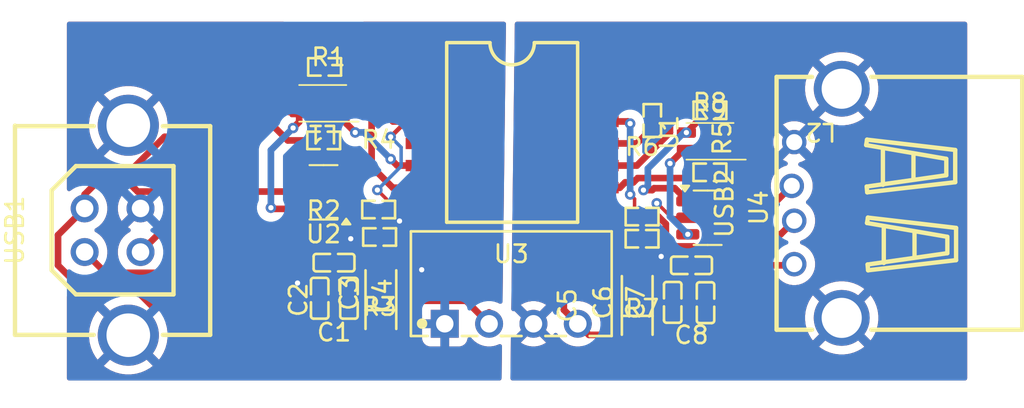
<source format=kicad_pcb>
(kicad_pcb (version 20241229) (generator "pcbnew") (generator_version "9.0")
  (layers (0 "F.Cu" signal) (2 "B.Cu" signal) (13 "F.Paste" user) (15 "B.Paste" user) (5 "F.SilkS" user "F.Silkscreen") (7 "B.SilkS" user "B.Silkscreen") (1 "F.Mask" user) (3 "B.Mask" user) (25 "Edge.Cuts" user))
  (net 0 "")
  (net 1 "+VIN")
  (net 2 "-VIN")
  (net 3 "+VOUT")
  (net 4 "-VOUT")
  (net 5 "/L1_+")
  (net 6 "/L1_-")
  (net 7 "/U3_+")
  (net 8 "/U3_-")
  (net 9 "/DD+")
  (net 10 "/L2_+")
  (net 11 "/L2_-")
  (net 12 "/DD-")
  (net 13 "Net-(U1-SPU)")
  (net 14 "Net-(U1-PIN)")
  (net 15 "Net-(U1-VDD2)")
  (net 16 "Net-(U1-SPD)")
  (net 17 "D-")
  (net 18 "D+")
  (net 19 "U2_-")
  (net 20 "U2_+")
  (footprint "EasyEDA:R0402" (layer "F.Cu") (at 149.528 94.234 180)
    (property "Reference" "R7" (at 0 -4 0) (layer "F.SilkS"))
    (property "Value" "RC0402FR-070RL")
    (pad "1" smd rect (at -0.43 0 180) (size 0.57 0.54) (layers "F.Cu" "F.Mask" "F.Paste") (net 4 "-VOUT"))
    (pad "2" smd rect (at 0.43 0 180) (size 0.57 0.54) (layers "F.Cu" "F.Mask" "F.Paste") (net 16 "Net-(U1-SPD)"))
  )
  (footprint "EasyEDA:USB-A-TH_UE27AC54100" (layer "F.Cu") (at 159.602 92.202 90)
    (property "Reference" "USB2" (at 0 -5.36 90) (layer "F.SilkS"))
    (property "Value" "UE27AC54100")
    (pad "1" thru_hole circle (at -3.49 -1.36 90) (size 1.4 1.4) (drill 0.919988) (layers "*.Cu" "*.Mask") (net 3 "+VOUT"))
    (pad "2" thru_hole circle (at 1 -1.5 90) (size 1.4 1.4) (drill 0.919988) (layers "*.Cu" "*.Mask") (net 19 "U2_-"))
    (pad "3" thru_hole circle (at -1 -1.36 90) (size 1.4 1.4) (drill 0.919988) (layers "*.Cu" "*.Mask") (net 20 "U2_+"))
    (pad "4" thru_hole circle (at 3.51 -1.36 90) (size 1.4 1.4) (drill 0.919988) (layers "*.Cu" "*.Mask") (net 4 "-VOUT"))
    (pad "5" thru_hole circle (at -6.57 1.36 90) (size 3.2 3.2) (drill 2.300021) (layers "*.Cu" "*.Mask") (net 4 "-VOUT"))
    (pad "5" thru_hole circle (at 6.57 1.36 90) (size 3.2 3.2) (drill 2.300021) (layers "*.Cu" "*.Mask") (net 4 "-VOUT"))
  )
  (footprint "EasyEDA:R0402" (layer "F.Cu") (at 153.414 86.868)
    (property "Reference" "R9" (at 0 0 0) (layer "F.SilkS"))
    (property "Value" "RC0402FR-070RL")
    (pad "1" smd rect (at -0.43 0) (size 0.57 0.54) (layers "F.Cu" "F.Mask" "F.Paste") (net 11 "/L2_-"))
    (pad "2" smd rect (at 0.43 0) (size 0.57 0.54) (layers "F.Cu" "F.Mask" "F.Paste") (net 12 "/DD-"))
  )
  (footprint "Package_TO_SOT_SMD:SOT-23-6" (layer "F.Cu") (at 153.2835 93.03)
    (property "Reference" "U4" (at 2.9265 -0.574 90) (layer "F.SilkS"))
    (property "Value" "USBLC6-2SC6")
    (pad "1" smd roundrect (at -1.1375 -0.95) (size 1.325 0.6) (layers "F.Cu" "F.Mask" "F.Paste") (net 11 "/L2_-"))
    (pad "2" smd roundrect (at -1.1375 0) (size 1.325 0.6) (layers "F.Cu" "F.Mask" "F.Paste") (net 4 "-VOUT"))
    (pad "3" smd roundrect (at -1.1375 0.95) (size 1.325 0.6) (layers "F.Cu" "F.Mask" "F.Paste") (net 10 "/L2_+"))
    (pad "4" smd roundrect (at 1.1375 0.95) (size 1.325 0.6) (layers "F.Cu" "F.Mask" "F.Paste") (net 20 "U2_+"))
    (pad "5" smd roundrect (at 1.1375 0) (size 1.325 0.6) (layers "F.Cu" "F.Mask" "F.Paste") (net 3 "+VOUT"))
    (pad "6" smd roundrect (at 1.1375 -0.95) (size 1.325 0.6) (layers "F.Cu" "F.Mask" "F.Paste") (net 19 "U2_-"))
  )
  (footprint "EasyEDA:USB-B-TH_USB-B12-BRW" (layer "F.Cu") (at 119.202 93.746 90)
    (property "Reference" "USB1" (at 0 -5.6 90) (layer "F.SilkS"))
    (property "Value" "USB-B12-BRW")
    (pad "1" thru_hole circle (at 1.25 -1.6 90) (size 1.6 1.6) (drill 0.999998) (layers "*.Cu" "*.Mask") (net 1 "+VIN"))
    (pad "2" thru_hole circle (at -1.25 -1.6 90) (size 1.6 1.6) (drill 0.999998) (layers "*.Cu" "*.Mask") (net 17 "D-"))
    (pad "3" thru_hole circle (at -1.25 1.6 90) (size 1.6 1.6) (drill 0.999998) (layers "*.Cu" "*.Mask") (net 18 "D+"))
    (pad "4" thru_hole circle (at 1.25 1.6 90) (size 1.6 1.6) (drill 0.999998) (layers "*.Cu" "*.Mask") (net 2 "-VIN"))
    (pad "5" thru_hole circle (at -6.02 0.9 90) (size 3.5 3.5) (drill 2.50002) (layers "*.Cu" "*.Mask") (net 2 "-VIN"))
    (pad "6" thru_hole circle (at 6.02 0.9 90) (size 3.5 3.5) (drill 2.50002) (layers "*.Cu" "*.Mask") (net 2 "-VIN"))
  )
  (footprint "EasyEDA:C0402" (layer "F.Cu") (at 131.064 97.6464 90)
    (property "Reference" "C2" (at -0.0928 -1.2192 90) (layer "F.SilkS"))
    (property "Value" "10nF 50V")
    (pad "1" smd rect (at -0.55 0 90) (size 0.79 0.54) (layers "F.Cu" "F.Mask" "F.Paste") (net 1 "+VIN"))
    (pad "2" smd rect (at 0.55 0 90) (size 0.79 0.54) (layers "F.Cu" "F.Mask" "F.Paste") (net 2 "-VIN"))
  )
  (footprint "EasyEDA:PWRM-TH_B0505S-1WR3" (layer "F.Cu") (at 142.0368 99.1108)
    (property "Reference" "U3" (at 0 -4 0) (layer "F.SilkS"))
    (property "Value" "B0505S-1WR3_C7465178")
    (pad "1" thru_hole rect (at -3.81 0) (size 1.6 1.6) (drill 0.999998) (layers "*.Cu" "*.Mask") (net 2 "-VIN"))
    (pad "2" thru_hole circle (at -1.27 0) (size 1.6 1.6) (drill 0.999998) (layers "*.Cu" "*.Mask") (net 1 "+VIN"))
    (pad "3" thru_hole circle (at 1.27 0) (size 1.6 1.6) (drill 0.999998) (layers "*.Cu" "*.Mask") (net 4 "-VOUT"))
    (pad "4" thru_hole circle (at 3.81 0) (size 1.6 1.6) (drill 0.999998) (layers "*.Cu" "*.Mask") (net 3 "+VOUT"))
  )
  (footprint "EasyEDA:R0402" (layer "F.Cu") (at 149.528 92.964)
    (property "Reference" "R6" (at 0 -4 0) (layer "F.SilkS"))
    (property "Value" "RC0402FR-070RL")
    (pad "1" smd rect (at -0.43 0) (size 0.57 0.54) (layers "F.Cu" "F.Mask" "F.Paste") (net 16 "Net-(U1-SPD)"))
    (pad "2" smd rect (at 0.43 0) (size 0.57 0.54) (layers "F.Cu" "F.Mask" "F.Paste") (net 3 "+VOUT"))
  )
  (footprint "EasyEDA:CAP-SMD_L3.2-W1.6-RD" (layer "F.Cu") (at 149.2504 98.0576 90)
    (property "Reference" "C5" (at 0 -4 90) (layer "F.SilkS"))
    (property "Value" "10uF-16v")
    (pad "1" smd rect (at -1.69 0 270) (size 1.5 1.3) (layers "F.Cu" "F.Mask" "F.Paste") (net 3 "+VOUT"))
    (pad "2" smd rect (at 1.69 0 270) (size 1.5 1.3) (layers "F.Cu" "F.Mask" "F.Paste") (net 4 "-VOUT"))
  )
  (footprint "Inductor_SMD:L_CommonMode_Wurth_WE-CNSW-1206" (layer "F.Cu") (at 131.238 86.4696 180)
    (property "Reference" "L1" (at 0 -1.75 180) (layer "F.SilkS"))
    (property "Value" "Choke_Wurth_WE-CNSW_744232090")
    (pad "1" smd roundrect (at -1.35 -0.5 180) (size 1.1 0.6) (layers "F.Cu" "F.Mask" "F.Paste") (roundrect_rratio 0.2) (net 6 "/L1_-"))
    (pad "2" smd roundrect (at 1.35 -0.5 180) (size 1.1 0.6) (layers "F.Cu" "F.Mask" "F.Paste") (roundrect_rratio 0.2) (net 8 "/U3_-"))
    (pad "3" smd roundrect (at 1.35 0.5 180) (size 1.1 0.6) (layers "F.Cu" "F.Mask" "F.Paste") (roundrect_rratio 0.2) (net 7 "/U3_+"))
    (pad "4" smd roundrect (at -1.35 0.5 180) (size 1.1 0.6) (layers "F.Cu" "F.Mask" "F.Paste") (roundrect_rratio 0.2) (net 5 "/L1_+"))
  )
  (footprint "EasyEDA:R0402" (layer "F.Cu") (at 131.2944 88.5952 180)
    (property "Reference" "R2" (at 0 -4 0) (layer "F.SilkS"))
    (property "Value" "RC0402FR-070RL")
    (pad "1" smd rect (at -0.43 0 180) (size 0.57 0.54) (layers "F.Cu" "F.Mask" "F.Paste") (net 7 "/U3_+"))
    (pad "2" smd rect (at 0.43 0 180) (size 0.57 0.54) (layers "F.Cu" "F.Mask" "F.Paste") (net 5 "/L1_+"))
  )
  (footprint "EasyEDA:C0402" (layer "F.Cu") (at 132.7404 97.6464 90)
    (property "Reference" "C3" (at 0.2628 0 90) (layer "F.SilkS"))
    (property "Value" "10nF 50V")
    (pad "1" smd rect (at -0.55 0 90) (size 0.79 0.54) (layers "F.Cu" "F.Mask" "F.Paste") (net 1 "+VIN"))
    (pad "2" smd rect (at 0.55 0 90) (size 0.79 0.54) (layers "F.Cu" "F.Mask" "F.Paste") (net 2 "-VIN"))
  )
  (footprint "EasyEDA:R0402" (layer "F.Cu") (at 153.414 90.424)
    (property "Reference" "R8" (at 0 -4 0) (layer "F.SilkS"))
    (property "Value" "RC0402FR-070RL")
    (pad "1" smd rect (at -0.43 0) (size 0.57 0.54) (layers "F.Cu" "F.Mask" "F.Paste") (net 10 "/L2_+"))
    (pad "2" smd rect (at 0.43 0) (size 0.57 0.54) (layers "F.Cu" "F.Mask" "F.Paste") (net 9 "/DD+"))
  )
  (footprint "Package_TO_SOT_SMD:SOT-23-6" (layer "F.Cu") (at 131.2824 91.5725 180)
    (property "Reference" "U2" (at 0 -2.4 0) (layer "F.SilkS"))
    (property "Value" "USBLC6-2SC6")
    (pad "1" smd roundrect (at -1.1375 -0.95 180) (size 1.325 0.6) (layers "F.Cu" "F.Mask" "F.Paste") (net 17 "D-"))
    (pad "2" smd roundrect (at -1.1375 0 180) (size 1.325 0.6) (layers "F.Cu" "F.Mask" "F.Paste") (net 2 "-VIN"))
    (pad "3" smd roundrect (at -1.1375 0.95 180) (size 1.325 0.6) (layers "F.Cu" "F.Mask" "F.Paste") (net 18 "D+"))
    (pad "4" smd roundrect (at 1.1375 0.95 180) (size 1.325 0.6) (layers "F.Cu" "F.Mask" "F.Paste") (net 7 "/U3_+"))
    (pad "5" smd roundrect (at 1.1375 0 180) (size 1.325 0.6) (layers "F.Cu" "F.Mask" "F.Paste") (net 1 "+VIN"))
    (pad "6" smd roundrect (at 1.1375 -0.95 180) (size 1.325 0.6) (layers "F.Cu" "F.Mask" "F.Paste") (net 8 "/U3_-"))
  )
  (footprint "EasyEDA:C0402" (layer "F.Cu") (at 151.2824 97.8828 90)
    (property "Reference" "C6" (at 0 -4 90) (layer "F.SilkS"))
    (property "Value" "10nF 50V")
    (pad "1" smd rect (at -0.55 0 90) (size 0.79 0.54) (layers "F.Cu" "F.Mask" "F.Paste") (net 3 "+VOUT"))
    (pad "2" smd rect (at 0.55 0 90) (size 0.79 0.54) (layers "F.Cu" "F.Mask" "F.Paste") (net 4 "-VOUT"))
  )
  (footprint "EasyEDA:R0402" (layer "F.Cu") (at 150.114 87.454 -90)
    (property "Reference" "R5" (at 1.016 -4 90) (layer "F.SilkS"))
    (property "Value" "RC0402FR-070RL")
    (pad "1" smd rect (at -0.43 0 270) (size 0.57 0.54) (layers "F.Cu" "F.Mask" "F.Paste") (net 15 "Net-(U1-VDD2)"))
    (pad "2" smd rect (at 0.43 0 270) (size 0.57 0.54) (layers "F.Cu" "F.Mask" "F.Paste") (net 14 "Net-(U1-PIN)"))
  )
  (footprint "EasyEDA:WSOIC-16_L10.3-W7.5-P1.27-LS10.3-BL" (layer "F.Cu") (at 142.0876 88.138 -90)
    (property "Reference" "U1" (at 0 -9 90) (layer "F.SilkS"))
    (property "Value" "ADUM3160BRWZ")
    (pad "1" smd rect (at -4.45 5 270) (size 0.65 2.2) (layers "F.Cu" "F.Mask" "F.Paste") (net 1 "+VIN"))
    (pad "2" smd rect (at -3.18 5 270) (size 0.65 2.2) (layers "F.Cu" "F.Mask" "F.Paste") (net 2 "-VIN"))
    (pad "3" smd rect (at -1.91 5 270) (size 0.65 2.2) (layers "F.Cu" "F.Mask" "F.Paste") (net 1 "+VIN"))
    (pad "4" smd rect (at -0.63 5 270) (size 0.65 2.2) (layers "F.Cu" "F.Mask" "F.Paste") (net 1 "+VIN"))
    (pad "5" smd rect (at 0.63 5 270) (size 0.65 2.2) (layers "F.Cu" "F.Mask" "F.Paste") (net 13 "Net-(U1-SPU)"))
    (pad "6" smd rect (at 1.9 5 270) (size 0.65 2.2) (layers "F.Cu" "F.Mask" "F.Paste") (net 6 "/L1_-"))
    (pad "7" smd rect (at 3.17 5 270) (size 0.65 2.2) (layers "F.Cu" "F.Mask" "F.Paste") (net 5 "/L1_+"))
    (pad "8" smd rect (at 4.44 5 270) (size 0.65 2.2) (layers "F.Cu" "F.Mask" "F.Paste") (net 2 "-VIN"))
    (pad "9" smd rect (at 4.44 -5 270) (size 0.65 2.2) (layers "F.Cu" "F.Mask" "F.Paste") (net 4 "-VOUT"))
    (pad "10" smd rect (at 3.17 -5 270) (size 0.65 2.2) (layers "F.Cu" "F.Mask" "F.Paste") (net 9 "/DD+"))
    (pad "11" smd rect (at 1.9 -5 270) (size 0.65 2.2) (layers "F.Cu" "F.Mask" "F.Paste") (net 12 "/DD-"))
    (pad "12" smd rect (at 0.63 -5 270) (size 0.65 2.2) (layers "F.Cu" "F.Mask" "F.Paste") (net 14 "Net-(U1-PIN)"))
    (pad "13" smd rect (at -0.63 -5 270) (size 0.65 2.2) (layers "F.Cu" "F.Mask" "F.Paste") (net 16 "Net-(U1-SPD)"))
    (pad "14" smd rect (at -1.91 -5 270) (size 0.65 2.2) (layers "F.Cu" "F.Mask" "F.Paste") (net 15 "Net-(U1-VDD2)"))
    (pad "15" smd rect (at -3.18 -5 270) (size 0.65 2.2) (layers "F.Cu" "F.Mask" "F.Paste") (net 4 "-VOUT"))
    (pad "16" smd rect (at -4.45 -5 270) (size 0.65 2.2) (layers "F.Cu" "F.Mask" "F.Paste") (net 3 "+VOUT"))
  )
  (footprint "EasyEDA:CAP-SMD_L3.2-W1.6-RD" (layer "F.Cu") (at 134.5692 97.7256 90)
    (property "Reference" "C4" (at 0.2404 0.1016 90) (layer "F.SilkS"))
    (property "Value" "10uF-16v")
    (pad "1" smd rect (at -1.69 0 270) (size 1.5 1.3) (layers "F.Cu" "F.Mask" "F.Paste") (net 1 "+VIN"))
    (pad "2" smd rect (at 1.69 0 270) (size 1.5 1.3) (layers "F.Cu" "F.Mask" "F.Paste") (net 2 "-VIN"))
  )
  (footprint "EasyEDA:R0402" (layer "F.Cu") (at 134.4948 94.1324 180)
    (property "Reference" "R3" (at 0 -4 0) (layer "F.SilkS"))
    (property "Value" "RC0402FR-070RL")
    (pad "1" smd rect (at -0.43 0 180) (size 0.57 0.54) (layers "F.Cu" "F.Mask" "F.Paste") (net 2 "-VIN"))
    (pad "2" smd rect (at 0.43 0 180) (size 0.57 0.54) (layers "F.Cu" "F.Mask" "F.Paste") (net 13 "Net-(U1-SPU)"))
  )
  (footprint "EasyEDA:C0402" (layer "F.Cu") (at 131.8856 95.6056 180)
    (property "Reference" "C1" (at 0 -4 0) (layer "F.SilkS"))
    (property "Value" "10nF 50V")
    (pad "1" smd rect (at -0.55 0 180) (size 0.79 0.54) (layers "F.Cu" "F.Mask" "F.Paste") (net 1 "+VIN"))
    (pad "2" smd rect (at 0.55 0 180) (size 0.79 0.54) (layers "F.Cu" "F.Mask" "F.Paste") (net 2 "-VIN"))
  )
  (footprint "EasyEDA:R0402" (layer "F.Cu") (at 131.3452 84.3788)
    (property "Reference" "R1" (at 0.2268 -0.5588 0) (layer "F.SilkS"))
    (property "Value" "RC0402FR-070RL")
    (pad "1" smd rect (at -0.43 0) (size 0.57 0.54) (layers "F.Cu" "F.Mask" "F.Paste") (net 8 "/U3_-"))
    (pad "2" smd rect (at 0.43 0) (size 0.57 0.54) (layers "F.Cu" "F.Mask" "F.Paste") (net 6 "/L1_-"))
  )
  (footprint "EasyEDA:C0402" (layer "F.Cu") (at 152.358 95.758 180)
    (property "Reference" "C8" (at 0 -4 0) (layer "F.SilkS"))
    (property "Value" "10nF 50V")
    (pad "1" smd rect (at -0.55 0 180) (size 0.79 0.54) (layers "F.Cu" "F.Mask" "F.Paste") (net 3 "+VOUT"))
    (pad "2" smd rect (at 0.55 0 180) (size 0.79 0.54) (layers "F.Cu" "F.Mask" "F.Paste") (net 4 "-VOUT"))
  )
  (footprint "Inductor_SMD:L_CommonMode_Wurth_WE-CNSW-1206" (layer "F.Cu") (at 153.416 88.646 180)
    (property "Reference" "L2" (at -6.35 0.536 180) (layer "F.SilkS"))
    (property "Value" "Choke_Wurth_WE-CNSW_744232090")
    (pad "1" smd roundrect (at -1.35 -0.5 180) (size 1.1 0.6) (layers "F.Cu" "F.Mask" "F.Paste") (roundrect_rratio 0.2) (net 9 "/DD+"))
    (pad "2" smd roundrect (at 1.35 -0.5 180) (size 1.1 0.6) (layers "F.Cu" "F.Mask" "F.Paste") (roundrect_rratio 0.2) (net 10 "/L2_+"))
    (pad "3" smd roundrect (at 1.35 0.5 180) (size 1.1 0.6) (layers "F.Cu" "F.Mask" "F.Paste") (roundrect_rratio 0.2) (net 11 "/L2_-"))
    (pad "4" smd roundrect (at -1.35 0.5 180) (size 1.1 0.6) (layers "F.Cu" "F.Mask" "F.Paste") (roundrect_rratio 0.2) (net 12 "/DD-"))
  )
  (footprint "EasyEDA:R0402" (layer "F.Cu") (at 134.4404 92.5576)
    (property "Reference" "R4" (at 0 -4 0) (layer "F.SilkS"))
    (property "Value" "RC0402FR-070RL")
    (pad "1" smd rect (at -0.43 0) (size 0.57 0.54) (layers "F.Cu" "F.Mask" "F.Paste") (net 13 "Net-(U1-SPU)"))
    (pad "2" smd rect (at 0.43 0) (size 0.57 0.54) (layers "F.Cu" "F.Mask" "F.Paste") (net 1 "+VIN"))
  )
  (footprint "EasyEDA:C0402" (layer "F.Cu") (at 153.162 97.9004 90)
    (property "Reference" "C7" (at 0 -4 90) (layer "F.SilkS"))
    (property "Value" "10nF 50V")
    (pad "1" smd rect (at -0.55 0 90) (size 0.79 0.54) (layers "F.Cu" "F.Mask" "F.Paste") (net 3 "+VOUT"))
    (pad "2" smd rect (at 0.55 0 90) (size 0.79 0.54) (layers "F.Cu" "F.Mask" "F.Paste") (net 4 "-VOUT"))
  )
  (segment (start 134.5692 99.4156) (end 136.1948 97.79) (width 0.381) (layer "F.Cu") (net 1))
  (segment (start 140.7668 98.454) (end 140.7668 99.1108) (width 0.381) (layer "F.Cu") (net 1))
  (segment (start 137.0876 87.508) (end 135.26 87.508) (width 0.381) (layer "F.Cu") (net 1))
  (segment (start 137.0876 87.508) (end 137.0876 86.228) (width 0.254) (layer "F.Cu") (net 1))
  (segment (start 116.078 94.02) (end 117.602 92.496) (width 0.381) (layer "F.Cu") (net 1))
  (segment (start 135.26 87.508) (end 134.874 87.122) (width 0.381) (layer "F.Cu") (net 1))
  (segment (start 137.0876 87.508) (end 136.012 87.508) (width 0.254) (layer "F.Cu") (net 1))
  (segment (start 132.4356 95.9532) (end 132.0789 96.3099) (width 0.381) (layer "F.Cu") (net 1))
  (segment (start 116.078 95.758) (end 116.078 94.02) (width 0.381) (layer "F.Cu") (net 1))
  (segment (start 134.234 83.688) (end 133.096 82.55) (width 0.381) (layer "F.Cu") (net 1))
  (segment (start 134.874 87.122) (end 134.874 84.328) (width 0.381) (layer "F.Cu") (net 1))
  (segment (start 120.646539 97.282) (end 117.602 97.282) (width 0.381) (layer "F.Cu") (net 1))
  (segment (start 136.1948 97.79) (end 139.446 97.79) (width 0.381) (layer "F.Cu") (net 1))
  (segment (start 117.602 91.694) (end 117.602 92.496) (width 0.381) (layer "F.Cu") (net 1))
  (segment (start 137.0876 83.688) (end 134.234 83.688) (width 0.381) (layer "F.Cu") (net 1))
  (segment (start 132.4356 95.6056) (end 132.4356 95.9532) (width 0.381) (layer "F.Cu") (net 1))
  (segment (start 134.8704 92.5576) (end 134.8704 91.9444) (width 0.2) (layer "F.Cu") (net 1))
  (segment (start 134.8704 91.9444) (end 134.366 91.44) (width 0.2) (layer "F.Cu") (net 1))
  (segment (start 139.446 97.79) (end 140.7668 99.1108) (width 0.381) (layer "F.Cu") (net 1))
  (segment (start 129.478928 82.55) (end 123.636928 88.392) (width 0.381) (layer "F.Cu") (net 1))
  (segment (start 132.7404 98.1964) (end 133.35 98.1964) (width 0.381) (layer "F.Cu") (net 1))
  (segment (start 133.35 98.1964) (end 134.5692 99.4156) (width 0.381) (layer "F.Cu") (net 1))
  (segment (start 132.0789 98.1859) (end 132.0894 98.1964) (width 0.381) (layer "F.Cu") (net 1))
  (segment (start 130.1449 91.5725) (end 130.1017 91.5293) (width 0.381) (layer "F.Cu") (net 1))
  (segment (start 134.874 84.328) (end 135.514 83.688) (width 0.381) (layer "F.Cu") (net 1))
  (segment (start 137.0876 83.688) (end 138.2796 83.688) (width 0.635) (layer "F.Cu") (net 1))
  (segment (start 136.012 87.508) (end 135.128 88.392) (width 0.254) (layer "F.Cu") (net 1))
  (segment (start 119.0752 90.2208) (end 117.602 91.694) (width 0.381) (layer "F.Cu") (net 1))
  (segment (start 123.636928 88.392) (end 122.174 88.392) (width 0.381) (layer "F.Cu") (net 1))
  (segment (start 120.6381 91.5293) (end 120.4724 91.3636) (width 0.381) (layer "F.Cu") (net 1))
  (segment (start 122.174 88.392) (end 120.3452 90.2208) (width 0.381) (layer "F.Cu") (net 1))
  (segment (start 132.0894 98.1964) (end 132.7404 98.1964) (width 0.381) (layer "F.Cu") (net 1))
  (segment (start 133.096 82.55) (end 129.478928 82.55) (width 0.381) (layer "F.Cu") (net 1))
  (segment (start 131.064 98.1964) (end 132.7404 98.1964) (width 0.381) (layer "F.Cu") (net 1))
  (segment (start 119.3296 90.2208) (end 119.0752 90.2208) (width 0.381) (layer "F.Cu") (net 1))
  (segment (start 130.1017 91.5293) (end 120.6381 91.5293) (width 0.381) (layer "F.Cu") (net 1))
  (segment (start 138.2796 86.228) (end 137.0876 86.228) (width 0.635) (layer "F.Cu") (net 1))
  (segment (start 120.4724 91.3636) (end 119.3296 90.2208) (width 0.381) (layer "F.Cu") (net 1))
  (segment (start 121.560939 98.1964) (end 120.646539 97.282) (width 0.381) (layer "F.Cu") (net 1))
  (segment (start 120.3452 90.2208) (end 119.3296 90.2208) (width 0.381) (layer "F.Cu") (net 1))
  (segment (start 131.064 98.1964) (end 121.560939 98.1964) (width 0.381) (layer "F.Cu") (net 1))
  (segment (start 132.0789 96.3099) (end 132.0789 98.1859) (width 0.381) (layer "F.Cu") (net 1))
  (segment (start 117.602 97.282) (end 116.078 95.758) (width 0.381) (layer "F.Cu") (net 1))
  (segment (start 135.514 83.688) (end 137.0876 83.688) (width 0.381) (layer "F.Cu") (net 1))
  (via blind (at 134.366 91.44) (size 0.6) (drill 0.3) (layers "F.Cu" "B.Cu") (net 1))
  (via blind (at 135.128 88.392) (size 0.6) (drill 0.3) (layers "F.Cu" "B.Cu") (net 1))
  (segment (start 134.366 91.44) (end 135.729 90.077) (width 0.2) (layer "B.Cu") (net 1))
  (segment (start 135.729 88.993) (end 135.128 88.392) (width 0.2) (layer "B.Cu") (net 1))
  (segment (start 135.729 90.077) (end 135.729 88.993) (width 0.2) (layer "B.Cu") (net 1))
  (segment (start 133.082399 91.5725) (end 133.4244 91.914501) (width 0.2) (layer "F.Cu") (net 2))
  (segment (start 134.9248 94.1324) (end 134.9248 93.9292) (width 0.2) (layer "F.Cu") (net 2))
  (segment (start 131.064 97.0964) (end 131.064 95.8772) (width 0.2) (layer "F.Cu") (net 2))
  (segment (start 131.064 97.0964) (end 130.1164 97.0964) (width 0.2) (layer "F.Cu") (net 2))
  (segment (start 131.064 95.8772) (end 131.3356 95.6056) (width 0.2) (layer "F.Cu") (net 2))
  (segment (start 132.7404 97.0964) (end 133.1316 96.7052) (width 0.2) (layer "F.Cu") (net 2))
  (segment (start 133.4244 91.914501) (end 133.4244 93.6516) (width 0.2) (layer "F.Cu") (net 2))
  (segment (start 130.1164 97.0964) (end 129.794 96.774) (width 0.2) (layer "F.Cu") (net 2))
  (segment (start 134.9248 93.9292) (end 135.636 93.218) (width 0.2) (layer "F.Cu") (net 2))
  (segment (start 137.0876 92.578) (end 135.5332 94.1324) (width 0.2) (layer "F.Cu") (net 2))
  (segment (start 134.5692 96.0356) (end 136.8824 96.0356) (width 0.2) (layer "F.Cu") (net 2))
  (segment (start 133.1316 94.5236) (end 132.842 94.234) (width 0.2) (layer "F.Cu") (net 2))
  (segment (start 136.8824 96.0356) (end 136.906 96.012) (width 0.2) (layer "F.Cu") (net 2))
  (segment (start 135.5332 94.1324) (end 134.9248 94.1324) (width 0.2) (layer "F.Cu") (net 2))
  (segment (start 133.8012 96.0356) (end 134.5692 96.0356) (width 0.2) (layer "F.Cu") (net 2))
  (segment (start 132.4199 91.5725) (end 133.082399 91.5725) (width 0.2) (layer "F.Cu") (net 2))
  (segment (start 133.1316 96.7052) (end 133.1316 94.5236) (width 0.2) (layer "F.Cu") (net 2))
  (segment (start 132.7404 97.0964) (end 133.8012 96.0356) (width 0.2) (layer "F.Cu") (net 2))
  (segment (start 133.4244 93.6516) (end 132.842 94.234) (width 0.2) (layer "F.Cu") (net 2))
  (via blind (at 136.906 96.012) (size 0.6) (drill 0.3) (layers "F.Cu" "B.Cu") (net 2))
  (via blind (at 129.794 96.774) (size 0.6) (drill 0.3) (layers "F.Cu" "B.Cu") (net 2))
  (via blind (at 132.842 94.234) (size 0.6) (drill 0.3) (layers "F.Cu" "B.Cu") (net 2))
  (via blind (at 135.636 93.218) (size 0.6) (drill 0.3) (layers "F.Cu" "B.Cu") (net 2))
  (segment (start 120.102 87.726) (end 119.701 88.127) (width 0.2) (layer "B.Cu") (net 2))
  (segment (start 119.701 99.365) (end 120.102 99.766) (width 0.2) (layer "B.Cu") (net 2))
  (segment (start 133.858 93.218) (end 132.842 94.234) (width 0.2) (layer "B.Cu") (net 2))
  (segment (start 120.802 88.426) (end 120.102 87.726) (width 0.2) (layer "B.Cu") (net 2))
  (segment (start 135.636 93.218) (end 133.858 93.218) (width 0.2) (layer "B.Cu") (net 2))
  (segment (start 153.2 94.815) (end 152.908 95.107) (width 0.381) (layer "F.Cu") (net 3))
  (segment (start 152.4725 94.6715) (end 151.326 94.6715) (width 0.381) (layer "F.Cu") (net 3))
  (segment (start 152.908 95.9115) (end 152.908 95.758) (width 0.381) (layer "F.Cu") (net 3))
  (segment (start 151.2824 98.4328) (end 150.5652 98.4328) (width 0.381) (layer "F.Cu") (net 3))
  (segment (start 157.876 95.758) (end 157.988 95.646) (width 0.381) (layer "F.Cu") (net 3))
  (segment (start 150.5652 98.4328) (end 149.2504 99.7476) (width 0.381) (layer "F.Cu") (net 3))
  (segment (start 150.8885 94.234) (end 150.8885 93.3865) (width 0.381) (layer "F.Cu") (net 3))
  (segment (start 146.1496 83.688) (end 145.046801 84.790799) (width 0.381) (layer "F.Cu") (net 3))
  (segment (start 149.958 92.964) (end 150.466 92.964) (width 0.381) (layer "F.Cu") (net 3))
  (segment (start 152.4 96.4195) (end 152.908 95.9115) (width 0.381) (layer "F.Cu") (net 3))
  (segment (start 151.326 94.6715) (end 150.8885 94.234) (width 0.381) (layer "F.Cu") (net 3))
  (segment (start 151.9334 98.4328) (end 152.4 97.9662) (width 0.381) (layer "F.Cu") (net 3))
  (segment (start 151.2824 98.4328) (end 151.9334 98.4328) (width 0.381) (layer "F.Cu") (net 3))
  (segment (start 147.0876 83.688) (end 146.1496 83.688) (width 0.381) (layer "F.Cu") (net 3))
  (segment (start 152.908 95.758) (end 152.908 95.107) (width 0.381) (layer "F.Cu") (net 3))
  (segment (start 152.908 95.107) (end 152.4725 94.6715) (width 0.381) (layer "F.Cu") (net 3))
  (segment (start 145.046801 98.310801) (end 145.8468 99.1108) (width 0.381) (layer "F.Cu") (net 3))
  (segment (start 146.4836 99.7476) (end 145.8468 99.1108) (width 0.381) (layer "F.Cu") (net 3))
  (segment (start 151.3 98.4504) (end 151.2824 98.4328) (width 0.381) (layer "F.Cu") (net 3))
  (segment (start 154.421 93.03) (end 153.758501 93.03) (width 0.381) (layer "F.Cu") (net 3))
  (segment (start 152.4 97.9662) (end 152.4 96.4195) (width 0.381) (layer "F.Cu") (net 3))
  (segment (start 152.908 95.758) (end 157.876 95.758) (width 0.381) (layer "F.Cu") (net 3))
  (segment (start 153.2 93.588501) (end 153.2 94.815) (width 0.381) (layer "F.Cu") (net 3))
  (segment (start 153.758501 93.03) (end 153.2 93.588501) (width 0.381) (layer "F.Cu") (net 3))
  (segment (start 145.046801 84.790799) (end 145.046801 98.310801) (width 0.381) (layer "F.Cu") (net 3))
  (segment (start 150.466 92.964) (end 150.8885 93.3865) (width 0.381) (layer "F.Cu") (net 3))
  (segment (start 153.162 98.4504) (end 151.3 98.4504) (width 0.381) (layer "F.Cu") (net 3))
  (segment (start 149.2504 99.7476) (end 146.4836 99.7476) (width 0.381) (layer "F.Cu") (net 3))
  (segment (start 151.2824 96.2836) (end 151.808 95.758) (width 0.2) (layer "F.Cu") (net 4))
  (segment (start 149.958 94.234) (end 149.958 94.586) (width 0.2) (layer "F.Cu") (net 4))
  (segment (start 149.958 94.586) (end 150.622 95.25) (width 0.2) (layer "F.Cu") (net 4))
  (segment (start 151.227086 93.03) (end 150.399086 92.202) (width 0.2) (layer "F.Cu") (net 4))
  (segment (start 152.146 93.03) (end 151.227086 93.03) (width 0.2) (layer "F.Cu") (net 4))
  (segment (start 151.2824 97.3328) (end 151.2824 96.2836) (width 0.2) (layer "F.Cu") (net 4))
  (segment (start 150.399086 92.202) (end 150.368 92.202) (width 0.2) (layer "F.Cu") (net 4))
  (via blind (at 150.368 92.202) (size 0.6) (drill 0.3) (layers "F.Cu" "B.Cu") (net 4))
  (via (at 150.622 95.25) (size 0.6) (drill 0.3) (layers "F.Cu" "B.Cu") (net 4))
  (segment (start 150.368 92.202) (end 150.368 94.996) (width 0.2) (layer "B.Cu") (net 4))
  (segment (start 150.368 94.996) (end 150.622 95.25) (width 0.2) (layer "B.Cu") (net 4))
  (segment (start 132.588 85.9696) (end 132.924696 85.9696) (width 0.381) (layer "F.Cu") (net 5))
  (segment (start 128.27 84.582) (end 129.72 83.132) (width 0.381) (layer "F.Cu") (net 5))
  (segment (start 133.096 84.074) (end 133.096 85.4616) (width 0.381) (layer "F.Cu") (net 5))
  (segment (start 129.2352 88.5952) (end 128.27 87.63) (width 0.381) (layer "F.Cu") (net 5))
  (segment (start 132.924696 85.9696) (end 134.038 87.082904) (width 0.381) (layer "F.Cu") (net 5))
  (segment (start 128.27 87.63) (end 128.27 84.582) (width 0.381) (layer "F.Cu") (net 5))
  (segment (start 135.25 91.308) (end 137.0876 91.308) (width 0.381) (layer "F.Cu") (net 5))
  (segment (start 132.154 83.132) (end 133.096 84.074) (width 0.381) (layer "F.Cu") (net 5))
  (segment (start 130.8644 88.5952) (end 129.2352 88.5952) (width 0.381) (layer "F.Cu") (net 5))
  (segment (start 129.72 83.132) (end 132.154 83.132) (width 0.381) (layer "F.Cu") (net 5))
  (segment (start 133.096 85.4616) (end 132.588 85.9696) (width 0.381) (layer "F.Cu") (net 5))
  (segment (start 134.038 87.082904) (end 134.038 90.096) (width 0.381) (layer "F.Cu") (net 5))
  (segment (start 134.038 90.096) (end 135.25 91.308) (width 0.381) (layer "F.Cu") (net 5))
  (segment (start 132.588 87.63) (end 133.096 88.138) (width 0.381) (layer "F.Cu") (net 6))
  (segment (start 131.6465 84.5075) (end 131.7752 84.3788) (width 0.381) (layer "F.Cu") (net 6))
  (segment (start 137.0876 90.038) (end 135.504 90.038) (width 0.381) (layer "F.Cu") (net 6))
  (segment (start 132.251304 86.9696) (end 131.6465 86.364796) (width 0.381) (layer "F.Cu") (net 6))
  (segment (start 135.504 90.038) (end 135.128 89.662) (width 0.381) (layer "F.Cu") (net 6))
  (segment (start 131.6465 86.364796) (end 131.6465 84.5075) (width 0.381) (layer "F.Cu") (net 6))
  (segment (start 132.588 86.9696) (end 132.588 87.63) (width 0.381) (layer "F.Cu") (net 6))
  (segment (start 132.588 86.9696) (end 132.251304 86.9696) (width 0.381) (layer "F.Cu") (net 6))
  (via blind (at 135.128 89.662) (size 0.6) (drill 0.3) (layers "F.Cu" "B.Cu") (net 6))
  (via blind (at 133.096 88.138) (size 0.6) (drill 0.3) (layers "F.Cu" "B.Cu") (net 6))
  (segment (start 133.096 88.138) (end 133.604 88.138) (width 0.381) (layer "B.Cu") (net 6))
  (segment (start 133.604 88.138) (end 135.128 89.662) (width 0.381) (layer "B.Cu") (net 6))
  (segment (start 131.7244 87.469304) (end 130.224696 85.9696) (width 0.381) (layer "F.Cu") (net 7))
  (segment (start 130.224696 85.9696) (end 129.888 85.9696) (width 0.381) (layer "F.Cu") (net 7))
  (segment (start 130.1449 90.6225) (end 131.7244 89.043) (width 0.381) (layer "F.Cu") (net 7))
  (segment (start 131.7244 88.5952) (end 131.7244 87.469304) (width 0.381) (layer "F.Cu") (net 7))
  (segment (start 131.7244 89.043) (end 131.7244 88.5952) (width 0.381) (layer "F.Cu") (net 7))
  (segment (start 129.888 87.536) (end 129.54 87.884) (width 0.381) (layer "F.Cu") (net 8))
  (segment (start 128.3365 92.5225) (end 128.27 92.456) (width 0.381) (layer "F.Cu") (net 8))
  (segment (start 129.338 86.9696) (end 129.888 86.9696) (width 0.381) (layer "F.Cu") (net 8))
  (segment (start 130.1449 92.5225) (end 128.3365 92.5225) (width 0.381) (layer "F.Cu") (net 8))
  (segment (start 129.652426 84.3788) (end 128.9465 85.084726) (width 0.381) (layer "F.Cu") (net 8))
  (segment (start 130.9152 84.3788) (end 129.652426 84.3788) (width 0.381) (layer "F.Cu") (net 8))
  (segment (start 129.888 86.9696) (end 129.888 87.536) (width 0.381) (layer "F.Cu") (net 8))
  (segment (start 128.9465 86.5781) (end 129.338 86.9696) (width 0.381) (layer "F.Cu") (net 8))
  (segment (start 128.9465 85.084726) (end 128.9465 86.5781) (width 0.381) (layer "F.Cu") (net 8))
  (via blind (at 129.54 87.884) (size 0.6) (drill 0.3) (layers "F.Cu" "B.Cu") (net 8))
  (via blind (at 128.27 92.456) (size 0.6) (drill 0.3) (layers "F.Cu" "B.Cu") (net 8))
  (segment (start 128.27 89.154) (end 129.54 87.884) (width 0.381) (layer "B.Cu") (net 8))
  (segment (start 128.27 92.456) (end 128.27 89.154) (width 0.381) (layer "B.Cu") (net 8))
  (segment (start 147.0876 91.308) (end 148.252071 91.308) (width 0.381) (layer "F.Cu") (net 9))
  (segment (start 152.3075 91.0855) (end 153.6605 91.0855) (width 0.381) (layer "F.Cu") (net 9))
  (segment (start 153.844 90.424) (end 153.844 90.068) (width 0.381) (layer "F.Cu") (net 9))
  (segment (start 153.6605 91.0855) (end 153.844 90.902) (width 0.381) (layer "F.Cu") (net 9))
  (segment (start 148.252071 91.308) (end 148.557571 91.0025) (width 0.381) (layer "F.Cu") (net 9))
  (segment (start 151.9765 90.7545) (end 152.3075 91.0855) (width 0.381) (layer "F.Cu") (net 9))
  (segment (start 149.2755 90.7545) (end 151.9765 90.7545) (width 0.381) (layer "F.Cu") (net 9))
  (segment (start 153.844 90.902) (end 153.844 90.424) (width 0.381) (layer "F.Cu") (net 9))
  (segment (start 148.557571 91.0025) (end 149.0275 91.0025) (width 0.381) (layer "F.Cu") (net 9))
  (segment (start 153.844 90.068) (end 154.766 89.146) (width 0.381) (layer "F.Cu") (net 9))
  (segment (start 149.0275 91.0025) (end 149.2755 90.7545) (width 0.381) (layer "F.Cu") (net 9))
  (segment (start 151.9 89.146) (end 151.13 89.916) (width 0.381) (layer "F.Cu") (net 10))
  (segment (start 152.066 89.146) (end 151.9 89.146) (width 0.381) (layer "F.Cu") (net 10))
  (segment (start 152.066 89.506) (end 152.984 90.424) (width 0.381) (layer "F.Cu") (net 10))
  (segment (start 152.066 89.146) (end 152.066 89.506) (width 0.381) (layer "F.Cu") (net 10))
  (via blind (at 152.146 93.98) (size 0.6) (drill 0.3) (layers "F.Cu" "B.Cu") (net 10))
  (via blind (at 151.13 89.916) (size 0.6) (drill 0.3) (layers "F.Cu" "B.Cu") (net 10))
  (segment (start 151.13 89.916) (end 151.13 92.964) (width 0.381) (layer "B.Cu") (net 10))
  (segment (start 151.13 92.964) (end 152.146 93.98) (width 0.381) (layer "B.Cu") (net 10))
  (segment (start 149.606 91.445) (end 150.109 91.445) (width 0.381) (layer "F.Cu") (net 11))
  (segment (start 150.2175 91.3365) (end 151.4025 91.3365) (width 0.381) (layer "F.Cu") (net 11))
  (segment (start 152.984 86.868) (end 152.984 87.228) (width 0.381) (layer "F.Cu") (net 11))
  (segment (start 152.984 87.228) (end 152.066 88.146) (width 0.381) (layer "F.Cu") (net 11))
  (segment (start 150.109 91.445) (end 150.2175 91.3365) (width 0.381) (layer "F.Cu") (net 11))
  (segment (start 151.4025 91.3365) (end 152.146 92.08) (width 0.381) (layer "F.Cu") (net 11))
  (via blind (at 149.606 91.445) (size 0.6) (drill 0.3) (layers "F.Cu" "B.Cu") (net 11))
  (via blind (at 152.066 88.146) (size 0.6) (drill 0.3) (layers "F.Cu" "B.Cu") (net 11))
  (segment (start 149.606 91.445) (end 149.86 91.191) (width 0.381) (layer "B.Cu") (net 11))
  (segment (start 151.922071 88.146) (end 152.066 88.146) (width 0.381) (layer "B.Cu") (net 11))
  (segment (start 149.86 90.208071) (end 151.922071 88.146) (width 0.381) (layer "B.Cu") (net 11))
  (segment (start 149.86 91.191) (end 149.86 90.208071) (width 0.381) (layer "B.Cu") (net 11))
  (segment (start 147.0876 90.038) (end 149.23 90.038) (width 0.381) (layer "F.Cu") (net 12))
  (segment (start 151.1245 88.1435) (end 151.1245 86.6195) (width 0.381) (layer "F.Cu") (net 12))
  (segment (start 151.5375 86.2065) (end 153.6605 86.2065) (width 0.381) (layer "F.Cu") (net 12))
  (segment (start 153.844 86.868) (end 153.844 87.224) (width 0.381) (layer "F.Cu") (net 12))
  (segment (start 153.844 86.39) (end 153.844 86.868) (width 0.381) (layer "F.Cu") (net 12))
  (segment (start 153.844 87.224) (end 154.766 88.146) (width 0.381) (layer "F.Cu") (net 12))
  (segment (start 149.23 90.038) (end 151.1245 88.1435) (width 0.381) (layer "F.Cu") (net 12))
  (segment (start 151.1245 86.6195) (end 151.5375 86.2065) (width 0.381) (layer "F.Cu") (net 12))
  (segment (start 153.6605 86.2065) (end 153.844 86.39) (width 0.381) (layer "F.Cu") (net 12))
  (segment (start 137.8626 88.768) (end 137.0876 88.768) (width 0.381) (layer "F.Cu") (net 13))
  (segment (start 134.0648 94.1324) (end 134.0648 94.6104) (width 0.381) (layer "F.Cu") (net 13))
  (segment (start 134.0648 94.6104) (end 134.2483 94.7939) (width 0.381) (layer "F.Cu") (net 13))
  (segment (start 134.0648 94.1324) (end 134.0648 92.612) (width 0.381) (layer "F.Cu") (net 13))
  (segment (start 137.0797 94.7939) (end 138.684 93.1896) (width 0.381) (layer "F.Cu") (net 13))
  (segment (start 134.0648 92.612) (end 134.0104 92.5576) (width 0.381) (layer "F.Cu") (net 13))
  (segment (start 138.684 89.5894) (end 137.8626 88.768) (width 0.381) (layer "F.Cu") (net 13))
  (segment (start 134.2483 94.7939) (end 137.0797 94.7939) (width 0.381) (layer "F.Cu") (net 13))
  (segment (start 134.2483 94.7939) (end 135.6013 94.7939) (width 0.381) (layer "F.Cu") (net 13))
  (segment (start 138.684 93.1896) (end 138.684 89.5894) (width 0.381) (layer "F.Cu") (net 13))
  (segment (start 147.0876 88.768) (end 149.23 88.768) (width 0.381) (layer "F.Cu") (net 14))
  (segment (start 149.23 88.768) (end 150.114 87.884) (width 0.381) (layer "F.Cu") (net 14))
  (segment (start 149.318 86.228) (end 150.114 87.024) (width 0.381) (layer "F.Cu") (net 15))
  (segment (start 147.0876 86.228) (end 149.318 86.228) (width 0.381) (layer "F.Cu") (net 15))
  (segment (start 149.098 92.71) (end 149.098 91.948) (width 0.2) (layer "F.Cu") (net 16))
  (segment (start 148.722 87.508) (end 148.844 87.63) (width 0.381) (layer "F.Cu") (net 16))
  (segment (start 149.098 91.948) (end 148.844 91.694) (width 0.2) (layer "F.Cu") (net 16))
  (segment (start 149.098 92.71) (end 149.098 94.234) (width 0.2) (layer "F.Cu") (net 16))
  (segment (start 147.0876 87.508) (end 148.722 87.508) (width 0.381) (layer "F.Cu") (net 16))
  (via blind (at 148.844 87.63) (size 0.6) (drill 0.3) (layers "F.Cu" "B.Cu") (net 16))
  (via blind (at 148.844 91.694) (size 0.6) (drill 0.3) (layers "F.Cu" "B.Cu") (net 16))
  (segment (start 148.844 91.694) (end 148.844 87.63) (width 0.381) (layer "B.Cu") (net 16))
  (segment (start 128.7549 96.1875) (end 118.7935 96.1875) (width 0.381) (layer "F.Cu") (net 17))
  (segment (start 132.4199 92.5225) (end 128.7549 96.1875) (width 0.381) (layer "F.Cu") (net 17))
  (segment (start 117.9079 94.9441) (end 117.987958 94.864042) (width 0.381) (layer "F.Cu") (net 17))
  (segment (start 118.7935 96.1875) (end 117.602 94.996) (width 0.381) (layer "F.Cu") (net 17))
  (segment (start 130.373854 93.726) (end 122.072 93.726) (width 0.381) (layer "F.Cu") (net 18))
  (segment (start 131.937446 90.6225) (end 131.318 91.241946) (width 0.381) (layer "F.Cu") (net 18))
  (segment (start 122.072 93.726) (end 120.802 94.996) (width 0.381) (layer "F.Cu") (net 18))
  (segment (start 132.4199 90.6225) (end 131.937446 90.6225) (width 0.381) (layer "F.Cu") (net 18))
  (segment (start 131.318 92.781854) (end 130.373854 93.726) (width 0.381) (layer "F.Cu") (net 18))
  (segment (start 131.318 91.241946) (end 131.318 92.781854) (width 0.381) (layer "F.Cu") (net 18))
  (segment (start 157.224 92.08) (end 158.102 91.202) (width 0.381) (layer "F.Cu") (net 19))
  (segment (start 154.421 92.08) (end 157.224 92.08) (width 0.381) (layer "F.Cu") (net 19))
  (segment (start 154.421 93.98) (end 157.464 93.98) (width 0.381) (layer "F.Cu") (net 20))
  (segment (start 157.464 93.98) (end 158.242 93.202) (width 0.381) (layer "F.Cu") (net 20))
  (zone (net 2) (net_name "-VIN") (layer "F.Cu") (connect_pads (clearance 0.5)) (min_thickness 0.25) (fill yes (thermal_gap 0.5) (thermal_bridge_width 0.5))
    (polygon (pts (xy 116.586 81.788) (xy 142.24 81.788) (xy 141.986 102.362) (xy 116.586 102.362)))
  )
  (zone (net 4) (net_name "-VOUT") (layer "F.Cu") (priority 2) (connect_pads (clearance 0.5)) (min_thickness 0.25) (fill yes (thermal_gap 0.5) (thermal_bridge_width 0.5))
    (polygon (pts (xy 142.24 81.788) (xy 168.148 81.788) (xy 168.148 102.362) (xy 141.986 102.362)))
  )
  (zone (net 2) (net_name "-VIN") (layer "B.Cu") (priority 1) (connect_pads (clearance 0.5)) (min_thickness 0.25) (fill yes (thermal_gap 0.5) (thermal_bridge_width 0.5))
    (polygon (pts (xy 116.586 81.788) (xy 142.24 81.788) (xy 141.986 102.362) (xy 116.586 102.362)))
  )
  (zone (net 4) (net_name "-VOUT") (layer "B.Cu") (priority 3) (connect_pads (clearance 0.5)) (min_thickness 0.25) (fill yes (thermal_gap 0.5) (thermal_bridge_width 0.5))
    (polygon (pts (xy 142.24 81.788) (xy 141.986 102.362) (xy 168.148 102.362) (xy 168.148 81.788)))
  )
)
</source>
